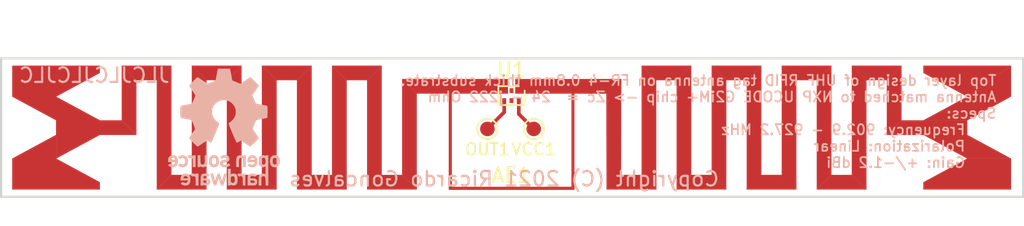
<source format=kicad_pcb>
(kicad_pcb (version 20171130) (host pcbnew "(5.1.9)-1")

  (general
    (thickness 0.8)
    (drawings 7)
    (tracks 4)
    (zones 0)
    (modules 5)
    (nets 7)
  )

  (page A4)
  (title_block
    (title "UHF RFID tag - FCC band")
    (date 2021-03-08)
    (rev 1.0)
    (company "Ricardo Goncalves")
  )

  (layers
    (0 F.Cu signal)
    (31 B.Cu signal)
    (32 B.Adhes user)
    (33 F.Adhes user)
    (34 B.Paste user)
    (35 F.Paste user)
    (36 B.SilkS user)
    (37 F.SilkS user)
    (38 B.Mask user)
    (39 F.Mask user)
    (40 Dwgs.User user)
    (41 Cmts.User user)
    (42 Eco1.User user)
    (43 Eco2.User user)
    (44 Edge.Cuts user)
    (45 Margin user)
    (46 B.CrtYd user)
    (47 F.CrtYd user)
    (48 B.Fab user)
    (49 F.Fab user)
  )

  (setup
    (last_trace_width 0.25)
    (trace_clearance 0.2)
    (zone_clearance 0.508)
    (zone_45_only no)
    (trace_min 0.2)
    (via_size 0.8)
    (via_drill 0.4)
    (via_min_size 0.4)
    (via_min_drill 0.3)
    (uvia_size 0.3)
    (uvia_drill 0.1)
    (uvias_allowed no)
    (uvia_min_size 0.2)
    (uvia_min_drill 0.1)
    (edge_width 0.05)
    (segment_width 0.2)
    (pcb_text_width 0.3)
    (pcb_text_size 1.5 1.5)
    (mod_edge_width 0.12)
    (mod_text_size 1 1)
    (mod_text_width 0.15)
    (pad_size 1.524 1.524)
    (pad_drill 0.762)
    (pad_to_mask_clearance 0)
    (aux_axis_origin 0 0)
    (visible_elements 7FFFFFFF)
    (pcbplotparams
      (layerselection 0x010f0_7fffffff)
      (usegerberextensions false)
      (usegerberattributes true)
      (usegerberadvancedattributes true)
      (creategerberjobfile false)
      (excludeedgelayer true)
      (linewidth 0.100000)
      (plotframeref false)
      (viasonmask false)
      (mode 1)
      (useauxorigin false)
      (hpglpennumber 1)
      (hpglpenspeed 20)
      (hpglpendiameter 15.000000)
      (psnegative false)
      (psa4output false)
      (plotreference true)
      (plotvalue false)
      (plotinvisibletext false)
      (padsonsilk false)
      (subtractmaskfromsilk false)
      (outputformat 1)
      (mirror false)
      (drillshape 0)
      (scaleselection 1)
      (outputdirectory "gerbers/"))
  )

  (net 0 "")
  (net 1 "Net-(AE1-Pad1)")
  (net 2 "Net-(AE1-Pad2)")
  (net 3 "Net-(U1-Pad5)")
  (net 4 "Net-(U1-Pad2)")
  (net 5 "Net-(OUT1-Pad1)")
  (net 6 "Net-(U1-Pad6)")

  (net_class Default "This is the default net class."
    (clearance 0.2)
    (trace_width 0.25)
    (via_dia 0.8)
    (via_drill 0.4)
    (uvia_dia 0.3)
    (uvia_drill 0.1)
    (add_net "Net-(AE1-Pad1)")
    (add_net "Net-(AE1-Pad2)")
    (add_net "Net-(OUT1-Pad1)")
    (add_net "Net-(U1-Pad2)")
    (add_net "Net-(U1-Pad5)")
    (add_net "Net-(U1-Pad6)")
  )

  (module Symbol:OSHW-Logo_7.5x8mm_SilkScreen (layer B.Cu) (tedit 0) (tstamp 60444040)
    (at 128.27 72.136 180)
    (descr "Open Source Hardware Logo")
    (tags "Logo OSHW")
    (attr virtual)
    (fp_text reference REF** (at 0 0) (layer B.SilkS) hide
      (effects (font (size 1 1) (thickness 0.15)) (justify mirror))
    )
    (fp_text value OSHW-Logo_7.5x8mm_SilkScreen (at 0.75 0) (layer B.Fab) hide
      (effects (font (size 1 1) (thickness 0.15)) (justify mirror))
    )
    (fp_poly (pts (xy 0.500964 3.601424) (xy 0.576513 3.200678) (xy 1.134041 2.970846) (xy 1.468465 3.198252)
      (xy 1.562122 3.261569) (xy 1.646782 3.318104) (xy 1.718495 3.365273) (xy 1.773311 3.400498)
      (xy 1.80728 3.421195) (xy 1.81653 3.425658) (xy 1.833195 3.41418) (xy 1.868806 3.382449)
      (xy 1.919371 3.334517) (xy 1.9809 3.274438) (xy 2.049399 3.206267) (xy 2.120879 3.134055)
      (xy 2.191347 3.061858) (xy 2.256811 2.993727) (xy 2.31328 2.933717) (xy 2.356763 2.885881)
      (xy 2.383268 2.854273) (xy 2.389605 2.843695) (xy 2.380486 2.824194) (xy 2.35492 2.781469)
      (xy 2.315597 2.719702) (xy 2.265203 2.643069) (xy 2.206427 2.555752) (xy 2.172368 2.505948)
      (xy 2.110289 2.415007) (xy 2.055126 2.332941) (xy 2.009554 2.263837) (xy 1.97625 2.211778)
      (xy 1.95789 2.18085) (xy 1.955131 2.17435) (xy 1.961385 2.155879) (xy 1.978434 2.112828)
      (xy 2.003703 2.051251) (xy 2.034622 1.977201) (xy 2.068618 1.89673) (xy 2.103118 1.815893)
      (xy 2.135551 1.740742) (xy 2.163343 1.677329) (xy 2.183923 1.631707) (xy 2.194719 1.609931)
      (xy 2.195356 1.609074) (xy 2.212307 1.604916) (xy 2.257451 1.595639) (xy 2.32611 1.582156)
      (xy 2.413602 1.565379) (xy 2.51525 1.546219) (xy 2.574556 1.53517) (xy 2.683172 1.51449)
      (xy 2.781277 1.494811) (xy 2.863909 1.477211) (xy 2.926104 1.462767) (xy 2.962899 1.452554)
      (xy 2.970296 1.449314) (xy 2.97754 1.427383) (xy 2.983385 1.377853) (xy 2.987835 1.306515)
      (xy 2.990893 1.219161) (xy 2.992565 1.121583) (xy 2.992853 1.019574) (xy 2.991761 0.918925)
      (xy 2.989294 0.825428) (xy 2.985456 0.744875) (xy 2.98025 0.683058) (xy 2.973681 0.64577)
      (xy 2.969741 0.638007) (xy 2.946188 0.628702) (xy 2.896282 0.6154) (xy 2.826623 0.599663)
      (xy 2.743813 0.583054) (xy 2.714905 0.577681) (xy 2.575531 0.552152) (xy 2.465436 0.531592)
      (xy 2.380982 0.515185) (xy 2.31853 0.502113) (xy 2.274444 0.491559) (xy 2.245085 0.482706)
      (xy 2.226815 0.474737) (xy 2.215998 0.466835) (xy 2.214485 0.465273) (xy 2.199377 0.440114)
      (xy 2.176329 0.39115) (xy 2.147644 0.324379) (xy 2.115622 0.245795) (xy 2.082565 0.161393)
      (xy 2.050773 0.07717) (xy 2.022549 -0.000879) (xy 2.000193 -0.066759) (xy 1.986007 -0.114473)
      (xy 1.982293 -0.138027) (xy 1.982602 -0.138852) (xy 1.995189 -0.158104) (xy 2.023744 -0.200463)
      (xy 2.065267 -0.261521) (xy 2.116756 -0.336868) (xy 2.175211 -0.422096) (xy 2.191858 -0.446315)
      (xy 2.251215 -0.534123) (xy 2.303447 -0.614238) (xy 2.345708 -0.682062) (xy 2.375153 -0.732993)
      (xy 2.388937 -0.762431) (xy 2.389605 -0.766048) (xy 2.378024 -0.785057) (xy 2.346024 -0.822714)
      (xy 2.297718 -0.874973) (xy 2.23722 -0.937786) (xy 2.168644 -1.007106) (xy 2.096104 -1.078885)
      (xy 2.023712 -1.149077) (xy 1.955584 -1.213635) (xy 1.895832 -1.26851) (xy 1.848571 -1.309656)
      (xy 1.817913 -1.333026) (xy 1.809432 -1.336842) (xy 1.789691 -1.327855) (xy 1.749274 -1.303616)
      (xy 1.694763 -1.268209) (xy 1.652823 -1.239711) (xy 1.576829 -1.187418) (xy 1.486834 -1.125845)
      (xy 1.396564 -1.06437) (xy 1.348032 -1.031469) (xy 1.183762 -0.920359) (xy 1.045869 -0.994916)
      (xy 0.983049 -1.027578) (xy 0.929629 -1.052966) (xy 0.893484 -1.067446) (xy 0.884284 -1.06946)
      (xy 0.873221 -1.054584) (xy 0.851394 -1.012547) (xy 0.820434 -0.947227) (xy 0.78197 -0.8625)
      (xy 0.737632 -0.762245) (xy 0.689047 -0.650339) (xy 0.637846 -0.530659) (xy 0.585659 -0.407084)
      (xy 0.534113 -0.283491) (xy 0.48484 -0.163757) (xy 0.439467 -0.051759) (xy 0.399625 0.048623)
      (xy 0.366942 0.133514) (xy 0.343049 0.199035) (xy 0.329574 0.24131) (xy 0.327406 0.255828)
      (xy 0.344583 0.274347) (xy 0.38219 0.30441) (xy 0.432366 0.339768) (xy 0.436578 0.342566)
      (xy 0.566264 0.446375) (xy 0.670834 0.567485) (xy 0.749381 0.702024) (xy 0.800999 0.846118)
      (xy 0.824782 0.995895) (xy 0.819823 1.147483) (xy 0.785217 1.297008) (xy 0.720057 1.4406)
      (xy 0.700886 1.472016) (xy 0.601174 1.598875) (xy 0.483377 1.700745) (xy 0.351571 1.777096)
      (xy 0.209833 1.827398) (xy 0.062242 1.851121) (xy -0.087127 1.847735) (xy -0.234197 1.816712)
      (xy -0.374889 1.75752) (xy -0.505127 1.669631) (xy -0.545414 1.633958) (xy -0.647945 1.522294)
      (xy -0.722659 1.404743) (xy -0.77391 1.27298) (xy -0.802454 1.142493) (xy -0.8095 0.995784)
      (xy -0.786004 0.848347) (xy -0.734351 0.705166) (xy -0.656929 0.571223) (xy -0.556125 0.451502)
      (xy -0.434324 0.350986) (xy -0.418316 0.340391) (xy -0.367602 0.305694) (xy -0.32905 0.27563)
      (xy -0.310619 0.256435) (xy -0.310351 0.255828) (xy -0.314308 0.235064) (xy -0.329993 0.187938)
      (xy -0.355778 0.118327) (xy -0.390031 0.030107) (xy -0.431123 -0.072844) (xy -0.477424 -0.18665)
      (xy -0.527304 -0.307435) (xy -0.579133 -0.431321) (xy -0.631281 -0.554432) (xy -0.682118 -0.672891)
      (xy -0.730013 -0.782823) (xy -0.773338 -0.880349) (xy -0.810462 -0.961593) (xy -0.839756 -1.022679)
      (xy -0.859588 -1.05973) (xy -0.867574 -1.06946) (xy -0.891979 -1.061883) (xy -0.937642 -1.04156)
      (xy -0.99669 -1.012125) (xy -1.02916 -0.994916) (xy -1.167053 -0.920359) (xy -1.331323 -1.031469)
      (xy -1.415179 -1.08839) (xy -1.506987 -1.15103) (xy -1.59302 -1.210011) (xy -1.636113 -1.239711)
      (xy -1.696723 -1.28041) (xy -1.748045 -1.312663) (xy -1.783385 -1.332384) (xy -1.794863 -1.336554)
      (xy -1.81157 -1.325307) (xy -1.848546 -1.293911) (xy -1.902205 -1.245624) (xy -1.968962 -1.183708)
      (xy -2.045234 -1.111421) (xy -2.093473 -1.065008) (xy -2.177867 -0.982087) (xy -2.250803 -0.90792)
      (xy -2.309331 -0.84568) (xy -2.350503 -0.798541) (xy -2.371372 -0.769673) (xy -2.373374 -0.763815)
      (xy -2.364083 -0.741532) (xy -2.338409 -0.696477) (xy -2.2992 -0.633211) (xy -2.249303 -0.556295)
      (xy -2.191567 -0.470292) (xy -2.175149 -0.446315) (xy -2.115323 -0.35917) (xy -2.06165 -0.28071)
      (xy -2.01713 -0.215345) (xy -1.984765 -0.167484) (xy -1.967555 -0.141535) (xy -1.965893 -0.138852)
      (xy -1.968379 -0.118172) (xy -1.981577 -0.072704) (xy -2.003186 -0.008444) (xy -2.030904 0.068613)
      (xy -2.06243 0.152471) (xy -2.095463 0.237134) (xy -2.127701 0.316608) (xy -2.156843 0.384896)
      (xy -2.180588 0.436003) (xy -2.196635 0.463933) (xy -2.197775 0.465273) (xy -2.207588 0.473255)
      (xy -2.224161 0.481149) (xy -2.251132 0.489771) (xy -2.292139 0.499938) (xy -2.35082 0.512469)
      (xy -2.430813 0.528179) (xy -2.535755 0.547887) (xy -2.669285 0.572408) (xy -2.698196 0.577681)
      (xy -2.783882 0.594236) (xy -2.858582 0.610431) (xy -2.915694 0.624704) (xy -2.948617 0.635492)
      (xy -2.953031 0.638007) (xy -2.960306 0.660304) (xy -2.966219 0.710131) (xy -2.970766 0.781696)
      (xy -2.973945 0.869207) (xy -2.975749 0.966872) (xy -2.976177 1.068899) (xy -2.975223 1.169497)
      (xy -2.972884 1.262873) (xy -2.969156 1.343235) (xy -2.964034 1.404791) (xy -2.957516 1.44175)
      (xy -2.953586 1.449314) (xy -2.931708 1.456944) (xy -2.881891 1.469358) (xy -2.809097 1.485478)
      (xy -2.718289 1.504227) (xy -2.614431 1.524529) (xy -2.557846 1.53517) (xy -2.450486 1.55524)
      (xy -2.354746 1.57342) (xy -2.275306 1.588801) (xy -2.216846 1.600469) (xy -2.184045 1.607512)
      (xy -2.178646 1.609074) (xy -2.169522 1.626678) (xy -2.150235 1.669082) (xy -2.123355 1.730228)
      (xy -2.091454 1.804057) (xy -2.057102 1.884511) (xy -2.022871 1.965532) (xy -1.991331 2.041063)
      (xy -1.965054 2.105045) (xy -1.946611 2.15142) (xy -1.938571 2.174131) (xy -1.938422 2.175124)
      (xy -1.947535 2.193039) (xy -1.973086 2.234267) (xy -2.012388 2.294709) (xy -2.062757 2.370269)
      (xy -2.121506 2.456848) (xy -2.155658 2.506579) (xy -2.21789 2.597764) (xy -2.273164 2.680551)
      (xy -2.318782 2.750751) (xy -2.352048 2.804176) (xy -2.370264 2.836639) (xy -2.372895 2.843917)
      (xy -2.361586 2.860855) (xy -2.330319 2.897022) (xy -2.28309 2.948365) (xy -2.223892 3.010833)
      (xy -2.156719 3.080374) (xy -2.085566 3.152935) (xy -2.014426 3.224465) (xy -1.947293 3.290913)
      (xy -1.888161 3.348226) (xy -1.841025 3.392353) (xy -1.809877 3.419241) (xy -1.799457 3.425658)
      (xy -1.782491 3.416635) (xy -1.741911 3.391285) (xy -1.681663 3.35219) (xy -1.605693 3.301929)
      (xy -1.517946 3.243083) (xy -1.451756 3.198252) (xy -1.117332 2.970846) (xy -0.838567 3.085762)
      (xy -0.559803 3.200678) (xy -0.484254 3.601424) (xy -0.408706 4.002171) (xy 0.425415 4.002171)
      (xy 0.500964 3.601424)) (layer B.SilkS) (width 0.01))
    (fp_poly (pts (xy 2.391388 -1.937645) (xy 2.448865 -1.955206) (xy 2.485872 -1.977395) (xy 2.497927 -1.994942)
      (xy 2.494609 -2.015742) (xy 2.473079 -2.048419) (xy 2.454874 -2.071562) (xy 2.417344 -2.113402)
      (xy 2.389148 -2.131005) (xy 2.365111 -2.129856) (xy 2.293808 -2.11171) (xy 2.241442 -2.112534)
      (xy 2.198918 -2.133098) (xy 2.184642 -2.145134) (xy 2.138947 -2.187483) (xy 2.138947 -2.740526)
      (xy 1.955131 -2.740526) (xy 1.955131 -1.938421) (xy 2.047039 -1.938421) (xy 2.102219 -1.940603)
      (xy 2.130688 -1.948351) (xy 2.138943 -1.963468) (xy 2.138947 -1.963916) (xy 2.142845 -1.979749)
      (xy 2.160474 -1.977684) (xy 2.184901 -1.966261) (xy 2.23535 -1.945005) (xy 2.276316 -1.932216)
      (xy 2.329028 -1.928938) (xy 2.391388 -1.937645)) (layer B.SilkS) (width 0.01))
    (fp_poly (pts (xy -1.002043 -1.952226) (xy -0.960454 -1.97209) (xy -0.920175 -2.000784) (xy -0.88949 -2.033809)
      (xy -0.867139 -2.075931) (xy -0.851864 -2.131915) (xy -0.842408 -2.206528) (xy -0.837513 -2.304535)
      (xy -0.835919 -2.430702) (xy -0.835894 -2.443914) (xy -0.835527 -2.740526) (xy -1.019343 -2.740526)
      (xy -1.019343 -2.467081) (xy -1.019473 -2.365777) (xy -1.020379 -2.292353) (xy -1.022827 -2.241271)
      (xy -1.027586 -2.20699) (xy -1.035426 -2.183971) (xy -1.047115 -2.166673) (xy -1.063398 -2.149581)
      (xy -1.120366 -2.112857) (xy -1.182555 -2.106042) (xy -1.241801 -2.129261) (xy -1.262405 -2.146543)
      (xy -1.27753 -2.162791) (xy -1.28839 -2.180191) (xy -1.29569 -2.204212) (xy -1.300137 -2.240322)
      (xy -1.302436 -2.293988) (xy -1.303296 -2.37068) (xy -1.303422 -2.464043) (xy -1.303422 -2.740526)
      (xy -1.487237 -2.740526) (xy -1.487237 -1.938421) (xy -1.395329 -1.938421) (xy -1.340149 -1.940603)
      (xy -1.31168 -1.948351) (xy -1.303425 -1.963468) (xy -1.303422 -1.963916) (xy -1.299592 -1.97872)
      (xy -1.282699 -1.97704) (xy -1.249112 -1.960773) (xy -1.172937 -1.93684) (xy -1.0858 -1.934178)
      (xy -1.002043 -1.952226)) (layer B.SilkS) (width 0.01))
    (fp_poly (pts (xy 3.558784 -1.935554) (xy 3.601574 -1.945949) (xy 3.683609 -1.984013) (xy 3.753757 -2.042149)
      (xy 3.802305 -2.111852) (xy 3.808975 -2.127502) (xy 3.818124 -2.168496) (xy 3.824529 -2.229138)
      (xy 3.82671 -2.29043) (xy 3.82671 -2.406316) (xy 3.584407 -2.406316) (xy 3.484471 -2.406693)
      (xy 3.414069 -2.408987) (xy 3.369313 -2.414938) (xy 3.346315 -2.426285) (xy 3.341189 -2.444771)
      (xy 3.350048 -2.472136) (xy 3.365917 -2.504155) (xy 3.410184 -2.557592) (xy 3.471699 -2.584215)
      (xy 3.546885 -2.583347) (xy 3.632053 -2.554371) (xy 3.705659 -2.518611) (xy 3.766734 -2.566904)
      (xy 3.82781 -2.615197) (xy 3.770351 -2.668285) (xy 3.693641 -2.718445) (xy 3.599302 -2.748688)
      (xy 3.497827 -2.757151) (xy 3.399711 -2.741974) (xy 3.383881 -2.736824) (xy 3.297647 -2.691791)
      (xy 3.233501 -2.624652) (xy 3.190091 -2.533405) (xy 3.166064 -2.416044) (xy 3.165784 -2.413529)
      (xy 3.163633 -2.285627) (xy 3.172329 -2.239997) (xy 3.342105 -2.239997) (xy 3.357697 -2.247013)
      (xy 3.400029 -2.252388) (xy 3.462434 -2.255457) (xy 3.501981 -2.255921) (xy 3.575728 -2.25563)
      (xy 3.62184 -2.253783) (xy 3.6461 -2.248912) (xy 3.654294 -2.239555) (xy 3.652206 -2.224245)
      (xy 3.650455 -2.218322) (xy 3.62056 -2.162668) (xy 3.573542 -2.117815) (xy 3.532049 -2.098105)
      (xy 3.476926 -2.099295) (xy 3.421068 -2.123875) (xy 3.374212 -2.16457) (xy 3.346094 -2.214108)
      (xy 3.342105 -2.239997) (xy 3.172329 -2.239997) (xy 3.185074 -2.173133) (xy 3.227611 -2.078727)
      (xy 3.288747 -2.005088) (xy 3.365985 -1.954893) (xy 3.45683 -1.930822) (xy 3.558784 -1.935554)) (layer B.SilkS) (width 0.01))
    (fp_poly (pts (xy 2.946576 -1.945419) (xy 3.043395 -1.986549) (xy 3.07389 -2.006571) (xy 3.112865 -2.03734)
      (xy 3.137331 -2.061533) (xy 3.141578 -2.069413) (xy 3.129584 -2.086899) (xy 3.098887 -2.11657)
      (xy 3.074312 -2.137279) (xy 3.007046 -2.191336) (xy 2.95393 -2.146642) (xy 2.912884 -2.117789)
      (xy 2.872863 -2.107829) (xy 2.827059 -2.110261) (xy 2.754324 -2.128345) (xy 2.704256 -2.165881)
      (xy 2.673829 -2.226562) (xy 2.660017 -2.314081) (xy 2.660013 -2.314136) (xy 2.661208 -2.411958)
      (xy 2.679772 -2.48373) (xy 2.716804 -2.532595) (xy 2.74205 -2.549143) (xy 2.809097 -2.569749)
      (xy 2.880709 -2.569762) (xy 2.943015 -2.549768) (xy 2.957763 -2.54) (xy 2.99475 -2.515047)
      (xy 3.023668 -2.510958) (xy 3.054856 -2.52953) (xy 3.089336 -2.562887) (xy 3.143912 -2.619196)
      (xy 3.083318 -2.669142) (xy 2.989698 -2.725513) (xy 2.884125 -2.753293) (xy 2.773798 -2.751282)
      (xy 2.701343 -2.732862) (xy 2.616656 -2.68731) (xy 2.548927 -2.61565) (xy 2.518157 -2.565066)
      (xy 2.493236 -2.492488) (xy 2.480766 -2.400569) (xy 2.48067 -2.300948) (xy 2.49287 -2.205267)
      (xy 2.51729 -2.125169) (xy 2.521136 -2.116956) (xy 2.578093 -2.036413) (xy 2.655209 -1.977771)
      (xy 2.74639 -1.942247) (xy 2.845543 -1.931057) (xy 2.946576 -1.945419)) (layer B.SilkS) (width 0.01))
    (fp_poly (pts (xy 1.320131 -2.198533) (xy 1.32171 -2.321089) (xy 1.327481 -2.414179) (xy 1.338991 -2.481651)
      (xy 1.35779 -2.527355) (xy 1.385426 -2.555139) (xy 1.423448 -2.568854) (xy 1.470526 -2.572358)
      (xy 1.519832 -2.568432) (xy 1.557283 -2.554089) (xy 1.584428 -2.525478) (xy 1.602815 -2.478751)
      (xy 1.613993 -2.410058) (xy 1.619511 -2.31555) (xy 1.620921 -2.198533) (xy 1.620921 -1.938421)
      (xy 1.804736 -1.938421) (xy 1.804736 -2.740526) (xy 1.712828 -2.740526) (xy 1.657422 -2.738281)
      (xy 1.628891 -2.730396) (xy 1.620921 -2.715428) (xy 1.61612 -2.702097) (xy 1.597014 -2.704917)
      (xy 1.558504 -2.723783) (xy 1.470239 -2.752887) (xy 1.376623 -2.750825) (xy 1.286921 -2.719221)
      (xy 1.244204 -2.694257) (xy 1.211621 -2.667226) (xy 1.187817 -2.633405) (xy 1.171439 -2.588068)
      (xy 1.161131 -2.526489) (xy 1.155541 -2.443943) (xy 1.153312 -2.335705) (xy 1.153026 -2.252004)
      (xy 1.153026 -1.938421) (xy 1.320131 -1.938421) (xy 1.320131 -2.198533)) (layer B.SilkS) (width 0.01))
    (fp_poly (pts (xy 0.811669 -1.94831) (xy 0.896192 -1.99434) (xy 0.962321 -2.067006) (xy 0.993478 -2.126106)
      (xy 1.006855 -2.178305) (xy 1.015522 -2.252719) (xy 1.019237 -2.338442) (xy 1.017754 -2.424569)
      (xy 1.010831 -2.500193) (xy 1.002745 -2.540584) (xy 0.975465 -2.59584) (xy 0.92822 -2.65453)
      (xy 0.871282 -2.705852) (xy 0.814924 -2.739005) (xy 0.81355 -2.739531) (xy 0.743616 -2.754018)
      (xy 0.660737 -2.754377) (xy 0.581977 -2.741188) (xy 0.551566 -2.730617) (xy 0.473239 -2.686201)
      (xy 0.417143 -2.628007) (xy 0.380286 -2.550965) (xy 0.35968 -2.450001) (xy 0.355018 -2.397116)
      (xy 0.355613 -2.330663) (xy 0.534736 -2.330663) (xy 0.54077 -2.42763) (xy 0.558138 -2.501523)
      (xy 0.58574 -2.548736) (xy 0.605404 -2.562237) (xy 0.655787 -2.571651) (xy 0.715673 -2.568864)
      (xy 0.767449 -2.555316) (xy 0.781027 -2.547862) (xy 0.816849 -2.504451) (xy 0.840493 -2.438014)
      (xy 0.850558 -2.357161) (xy 0.845642 -2.270502) (xy 0.834655 -2.218349) (xy 0.803109 -2.157951)
      (xy 0.753311 -2.120197) (xy 0.693337 -2.107143) (xy 0.631264 -2.120849) (xy 0.583582 -2.154372)
      (xy 0.558525 -2.182031) (xy 0.5439 -2.209294) (xy 0.536929 -2.24619) (xy 0.534833 -2.30275)
      (xy 0.534736 -2.330663) (xy 0.355613 -2.330663) (xy 0.356282 -2.255994) (xy 0.379265 -2.140271)
      (xy 0.423972 -2.049941) (xy 0.490405 -1.985) (xy 0.578565 -1.945445) (xy 0.597495 -1.940858)
      (xy 0.711266 -1.93009) (xy 0.811669 -1.94831)) (layer B.SilkS) (width 0.01))
    (fp_poly (pts (xy 0.018628 -1.935547) (xy 0.081908 -1.947548) (xy 0.147557 -1.972648) (xy 0.154572 -1.975848)
      (xy 0.204356 -2.002026) (xy 0.238834 -2.026353) (xy 0.249978 -2.041937) (xy 0.239366 -2.067353)
      (xy 0.213588 -2.104853) (xy 0.202146 -2.118852) (xy 0.154992 -2.173954) (xy 0.094201 -2.138086)
      (xy 0.036347 -2.114192) (xy -0.0305 -2.10142) (xy -0.094606 -2.100613) (xy -0.144236 -2.112615)
      (xy -0.156146 -2.120105) (xy -0.178828 -2.15445) (xy -0.181584 -2.194013) (xy -0.164612 -2.22492)
      (xy -0.154573 -2.230913) (xy -0.12449 -2.238357) (xy -0.071611 -2.247106) (xy -0.006425 -2.255467)
      (xy 0.0056 -2.256778) (xy 0.110297 -2.274888) (xy 0.186232 -2.305651) (xy 0.236592 -2.351907)
      (xy 0.264564 -2.416497) (xy 0.273278 -2.495387) (xy 0.26124 -2.585065) (xy 0.222151 -2.655486)
      (xy 0.155855 -2.706777) (xy 0.062194 -2.739067) (xy -0.041777 -2.751807) (xy -0.126562 -2.751654)
      (xy -0.195335 -2.740083) (xy -0.242303 -2.724109) (xy -0.30165 -2.696275) (xy -0.356494 -2.663973)
      (xy -0.375987 -2.649755) (xy -0.426119 -2.608835) (xy -0.305197 -2.486477) (xy -0.236457 -2.531967)
      (xy -0.167512 -2.566133) (xy -0.093889 -2.584004) (xy -0.023117 -2.585889) (xy 0.037274 -2.572101)
      (xy 0.079757 -2.542949) (xy 0.093474 -2.518352) (xy 0.091417 -2.478904) (xy 0.05733 -2.448737)
      (xy -0.008692 -2.427906) (xy -0.081026 -2.418279) (xy -0.192348 -2.39991) (xy -0.275048 -2.365254)
      (xy -0.330235 -2.313297) (xy -0.359012 -2.243023) (xy -0.362999 -2.159707) (xy -0.343307 -2.072681)
      (xy -0.298411 -2.006902) (xy -0.227909 -1.962068) (xy -0.131399 -1.937879) (xy -0.0599 -1.933137)
      (xy 0.018628 -1.935547)) (layer B.SilkS) (width 0.01))
    (fp_poly (pts (xy -1.802982 -1.957027) (xy -1.78633 -1.964866) (xy -1.728695 -2.007086) (xy -1.674195 -2.0687)
      (xy -1.633501 -2.136543) (xy -1.621926 -2.167734) (xy -1.611366 -2.223449) (xy -1.605069 -2.290781)
      (xy -1.604304 -2.318585) (xy -1.604211 -2.406316) (xy -2.10915 -2.406316) (xy -2.098387 -2.45227)
      (xy -2.071967 -2.50662) (xy -2.025778 -2.553591) (xy -1.970828 -2.583848) (xy -1.935811 -2.590131)
      (xy -1.888323 -2.582506) (xy -1.831665 -2.563383) (xy -1.812418 -2.554584) (xy -1.741241 -2.519036)
      (xy -1.680498 -2.565367) (xy -1.645448 -2.596703) (xy -1.626798 -2.622567) (xy -1.625853 -2.630158)
      (xy -1.642515 -2.648556) (xy -1.67903 -2.676515) (xy -1.712172 -2.698327) (xy -1.801607 -2.737537)
      (xy -1.901871 -2.755285) (xy -2.001246 -2.75067) (xy -2.080461 -2.726551) (xy -2.16212 -2.674884)
      (xy -2.220151 -2.606856) (xy -2.256454 -2.518843) (xy -2.272928 -2.407216) (xy -2.274389 -2.356138)
      (xy -2.268543 -2.239091) (xy -2.267825 -2.235686) (xy -2.100511 -2.235686) (xy -2.095903 -2.246662)
      (xy -2.076964 -2.252715) (xy -2.037902 -2.25531) (xy -1.972923 -2.25591) (xy -1.947903 -2.255921)
      (xy -1.871779 -2.255014) (xy -1.823504 -2.25172) (xy -1.79754 -2.245181) (xy -1.788352 -2.234537)
      (xy -1.788027 -2.231119) (xy -1.798513 -2.203956) (xy -1.824758 -2.165903) (xy -1.836041 -2.152579)
      (xy -1.877928 -2.114896) (xy -1.921591 -2.10008) (xy -1.945115 -2.098842) (xy -2.008757 -2.114329)
      (xy -2.062127 -2.15593) (xy -2.095981 -2.216353) (xy -2.096581 -2.218322) (xy -2.100511 -2.235686)
      (xy -2.267825 -2.235686) (xy -2.249101 -2.146928) (xy -2.214078 -2.07319) (xy -2.171244 -2.020848)
      (xy -2.092052 -1.964092) (xy -1.99896 -1.933762) (xy -1.899945 -1.931021) (xy -1.802982 -1.957027)) (layer B.SilkS) (width 0.01))
    (fp_poly (pts (xy -3.373216 -1.947104) (xy -3.285795 -1.985754) (xy -3.21943 -2.05029) (xy -3.174024 -2.140812)
      (xy -3.149482 -2.257418) (xy -3.147723 -2.275624) (xy -3.146344 -2.403984) (xy -3.164216 -2.516496)
      (xy -3.20025 -2.607688) (xy -3.219545 -2.637022) (xy -3.286755 -2.699106) (xy -3.37235 -2.739316)
      (xy -3.46811 -2.756003) (xy -3.565813 -2.747517) (xy -3.640083 -2.72138) (xy -3.703953 -2.677335)
      (xy -3.756154 -2.619587) (xy -3.757057 -2.618236) (xy -3.778256 -2.582593) (xy -3.792033 -2.546752)
      (xy -3.800376 -2.501519) (xy -3.805273 -2.437701) (xy -3.807431 -2.385368) (xy -3.808329 -2.33791)
      (xy -3.641257 -2.33791) (xy -3.639624 -2.385154) (xy -3.633696 -2.448046) (xy -3.623239 -2.488407)
      (xy -3.604381 -2.517122) (xy -3.586719 -2.533896) (xy -3.524106 -2.569016) (xy -3.458592 -2.57371)
      (xy -3.397579 -2.54844) (xy -3.367072 -2.520124) (xy -3.345089 -2.491589) (xy -3.332231 -2.464284)
      (xy -3.326588 -2.42875) (xy -3.326249 -2.375524) (xy -3.327988 -2.326506) (xy -3.331729 -2.256482)
      (xy -3.337659 -2.211064) (xy -3.348347 -2.18144) (xy -3.366361 -2.158797) (xy -3.380637 -2.145855)
      (xy -3.440349 -2.11186) (xy -3.504766 -2.110165) (xy -3.558781 -2.130301) (xy -3.60486 -2.172352)
      (xy -3.632311 -2.241428) (xy -3.641257 -2.33791) (xy -3.808329 -2.33791) (xy -3.809401 -2.281299)
      (xy -3.806036 -2.203468) (xy -3.795955 -2.14493) (xy -3.777774 -2.098737) (xy -3.75011 -2.057942)
      (xy -3.739854 -2.045828) (xy -3.675722 -1.985474) (xy -3.606934 -1.95022) (xy -3.522811 -1.93545)
      (xy -3.481791 -1.934243) (xy -3.373216 -1.947104)) (layer B.SilkS) (width 0.01))
    (fp_poly (pts (xy 2.701193 -3.196078) (xy 2.781068 -3.216845) (xy 2.847962 -3.259705) (xy 2.880351 -3.291723)
      (xy 2.933445 -3.367413) (xy 2.963873 -3.455216) (xy 2.974327 -3.56315) (xy 2.97438 -3.571875)
      (xy 2.974473 -3.659605) (xy 2.469534 -3.659605) (xy 2.480298 -3.705559) (xy 2.499732 -3.747178)
      (xy 2.533745 -3.790544) (xy 2.54086 -3.797467) (xy 2.602003 -3.834935) (xy 2.671729 -3.841289)
      (xy 2.751987 -3.816638) (xy 2.765592 -3.81) (xy 2.807319 -3.789819) (xy 2.835268 -3.778321)
      (xy 2.840145 -3.777258) (xy 2.857168 -3.787583) (xy 2.889633 -3.812845) (xy 2.906114 -3.82665)
      (xy 2.940264 -3.858361) (xy 2.951478 -3.879299) (xy 2.943695 -3.89856) (xy 2.939535 -3.903827)
      (xy 2.911357 -3.926878) (xy 2.864862 -3.954892) (xy 2.832434 -3.971246) (xy 2.740385 -4.000059)
      (xy 2.638476 -4.009395) (xy 2.541963 -3.998332) (xy 2.514934 -3.990412) (xy 2.431276 -3.945581)
      (xy 2.369266 -3.876598) (xy 2.328545 -3.782794) (xy 2.308755 -3.663498) (xy 2.306582 -3.601118)
      (xy 2.312926 -3.510298) (xy 2.473157 -3.510298) (xy 2.488655 -3.517012) (xy 2.530312 -3.52228)
      (xy 2.590876 -3.525389) (xy 2.631907 -3.525921) (xy 2.705711 -3.525408) (xy 2.752293 -3.523006)
      (xy 2.777848 -3.517422) (xy 2.788569 -3.507361) (xy 2.790657 -3.492763) (xy 2.776331 -3.447796)
      (xy 2.740262 -3.403353) (xy 2.692815 -3.369242) (xy 2.645349 -3.355288) (xy 2.580879 -3.367666)
      (xy 2.52507 -3.403452) (xy 2.486374 -3.455033) (xy 2.473157 -3.510298) (xy 2.312926 -3.510298)
      (xy 2.315821 -3.468866) (xy 2.344336 -3.363498) (xy 2.392729 -3.284178) (xy 2.461604 -3.230071)
      (xy 2.551565 -3.200343) (xy 2.6003 -3.194618) (xy 2.701193 -3.196078)) (layer B.SilkS) (width 0.01))
    (fp_poly (pts (xy 2.173167 -3.191447) (xy 2.237408 -3.204112) (xy 2.27398 -3.222864) (xy 2.312453 -3.254017)
      (xy 2.257717 -3.323127) (xy 2.223969 -3.364979) (xy 2.201053 -3.385398) (xy 2.178279 -3.388517)
      (xy 2.144956 -3.378472) (xy 2.129314 -3.372789) (xy 2.065542 -3.364404) (xy 2.00714 -3.382378)
      (xy 1.964264 -3.422982) (xy 1.957299 -3.435929) (xy 1.949713 -3.470224) (xy 1.943859 -3.533427)
      (xy 1.940011 -3.62106) (xy 1.938443 -3.72864) (xy 1.938421 -3.743944) (xy 1.938421 -4.010526)
      (xy 1.754605 -4.010526) (xy 1.754605 -3.19171) (xy 1.846513 -3.19171) (xy 1.899507 -3.193094)
      (xy 1.927115 -3.199252) (xy 1.937324 -3.213194) (xy 1.938421 -3.226344) (xy 1.938421 -3.260978)
      (xy 1.98245 -3.226344) (xy 2.032937 -3.202716) (xy 2.10076 -3.191033) (xy 2.173167 -3.191447)) (layer B.SilkS) (width 0.01))
    (fp_poly (pts (xy 1.379992 -3.196673) (xy 1.450427 -3.21378) (xy 1.470787 -3.222844) (xy 1.510253 -3.246583)
      (xy 1.540541 -3.273321) (xy 1.562952 -3.307699) (xy 1.578786 -3.35436) (xy 1.589343 -3.417946)
      (xy 1.595924 -3.503099) (xy 1.599828 -3.614462) (xy 1.60131 -3.688849) (xy 1.606765 -4.010526)
      (xy 1.51358 -4.010526) (xy 1.457047 -4.008156) (xy 1.427922 -4.000055) (xy 1.420394 -3.986451)
      (xy 1.41642 -3.971741) (xy 1.398652 -3.974554) (xy 1.37444 -3.986348) (xy 1.313828 -4.004427)
      (xy 1.235929 -4.009299) (xy 1.153995 -4.00133) (xy 1.081281 -3.980889) (xy 1.074759 -3.978051)
      (xy 1.008302 -3.931365) (xy 0.964491 -3.866464) (xy 0.944332 -3.7906) (xy 0.945872 -3.763344)
      (xy 1.110345 -3.763344) (xy 1.124837 -3.800024) (xy 1.167805 -3.826309) (xy 1.237129 -3.840417)
      (xy 1.274177 -3.84229) (xy 1.335919 -3.837494) (xy 1.37696 -3.818858) (xy 1.386973 -3.81)
      (xy 1.4141 -3.761806) (xy 1.420394 -3.718092) (xy 1.420394 -3.659605) (xy 1.33893 -3.659605)
      (xy 1.244234 -3.664432) (xy 1.177813 -3.679613) (xy 1.135846 -3.7062) (xy 1.126449 -3.718052)
      (xy 1.110345 -3.763344) (xy 0.945872 -3.763344) (xy 0.948829 -3.711026) (xy 0.978985 -3.634995)
      (xy 1.020131 -3.583612) (xy 1.045052 -3.561397) (xy 1.069448 -3.546798) (xy 1.101191 -3.537897)
      (xy 1.148152 -3.532775) (xy 1.218204 -3.529515) (xy 1.24599 -3.528577) (xy 1.420394 -3.522879)
      (xy 1.420138 -3.470091) (xy 1.413384 -3.414603) (xy 1.388964 -3.381052) (xy 1.33963 -3.359618)
      (xy 1.338306 -3.359236) (xy 1.26836 -3.350808) (xy 1.199914 -3.361816) (xy 1.149047 -3.388585)
      (xy 1.128637 -3.401803) (xy 1.106654 -3.399974) (xy 1.072826 -3.380824) (xy 1.052961 -3.367308)
      (xy 1.014106 -3.338432) (xy 0.990038 -3.316786) (xy 0.986176 -3.310589) (xy 1.002079 -3.278519)
      (xy 1.049065 -3.240219) (xy 1.069473 -3.227297) (xy 1.128143 -3.205041) (xy 1.207212 -3.192432)
      (xy 1.295041 -3.1896) (xy 1.379992 -3.196673)) (layer B.SilkS) (width 0.01))
    (fp_poly (pts (xy 0.37413 -3.195104) (xy 0.44022 -3.200066) (xy 0.526626 -3.459079) (xy 0.613031 -3.718092)
      (xy 0.640124 -3.626184) (xy 0.656428 -3.569384) (xy 0.677875 -3.492625) (xy 0.701035 -3.408251)
      (xy 0.71328 -3.362993) (xy 0.759344 -3.19171) (xy 0.949387 -3.19171) (xy 0.892582 -3.371349)
      (xy 0.864607 -3.459704) (xy 0.830813 -3.566281) (xy 0.79552 -3.677454) (xy 0.764013 -3.776579)
      (xy 0.69225 -4.002171) (xy 0.537286 -4.012253) (xy 0.49527 -3.873528) (xy 0.469359 -3.787351)
      (xy 0.441083 -3.692347) (xy 0.416369 -3.608441) (xy 0.415394 -3.605102) (xy 0.396935 -3.548248)
      (xy 0.380649 -3.509456) (xy 0.369242 -3.494787) (xy 0.366898 -3.496483) (xy 0.358671 -3.519225)
      (xy 0.343038 -3.56794) (xy 0.321904 -3.636502) (xy 0.29717 -3.718785) (xy 0.283787 -3.764046)
      (xy 0.211311 -4.010526) (xy 0.057495 -4.010526) (xy -0.065469 -3.622006) (xy -0.100012 -3.513022)
      (xy -0.131479 -3.414048) (xy -0.158384 -3.329736) (xy -0.179241 -3.264734) (xy -0.192562 -3.223692)
      (xy -0.196612 -3.211701) (xy -0.193406 -3.199423) (xy -0.168235 -3.194046) (xy -0.115854 -3.194584)
      (xy -0.107655 -3.19499) (xy -0.010518 -3.200066) (xy 0.0531 -3.434013) (xy 0.076484 -3.519333)
      (xy 0.097381 -3.594335) (xy 0.113951 -3.652507) (xy 0.124354 -3.687337) (xy 0.126276 -3.693016)
      (xy 0.134241 -3.686486) (xy 0.150304 -3.652654) (xy 0.172621 -3.596127) (xy 0.199345 -3.52151)
      (xy 0.221937 -3.454107) (xy 0.308041 -3.190143) (xy 0.37413 -3.195104)) (layer B.SilkS) (width 0.01))
    (fp_poly (pts (xy -0.267369 -4.010526) (xy -0.359277 -4.010526) (xy -0.412623 -4.008962) (xy -0.440407 -4.002485)
      (xy -0.45041 -3.988418) (xy -0.451185 -3.978906) (xy -0.452872 -3.959832) (xy -0.46351 -3.956174)
      (xy -0.491465 -3.967932) (xy -0.513205 -3.978906) (xy -0.596668 -4.004911) (xy -0.687396 -4.006416)
      (xy -0.761158 -3.987021) (xy -0.829846 -3.940165) (xy -0.882206 -3.871004) (xy -0.910878 -3.789427)
      (xy -0.911608 -3.784866) (xy -0.915868 -3.735101) (xy -0.917986 -3.663659) (xy -0.917816 -3.609626)
      (xy -0.73528 -3.609626) (xy -0.731051 -3.681441) (xy -0.721432 -3.740634) (xy -0.70841 -3.77406)
      (xy -0.659144 -3.81974) (xy -0.60065 -3.836115) (xy -0.540329 -3.822873) (xy -0.488783 -3.783373)
      (xy -0.469262 -3.756807) (xy -0.457848 -3.725106) (xy -0.452502 -3.678832) (xy -0.451185 -3.609328)
      (xy -0.453542 -3.540499) (xy -0.459767 -3.480026) (xy -0.468592 -3.439556) (xy -0.470063 -3.435929)
      (xy -0.505653 -3.392802) (xy -0.5576 -3.369124) (xy -0.615722 -3.365301) (xy -0.66984 -3.381738)
      (xy -0.709774 -3.41884) (xy -0.713917 -3.426222) (xy -0.726884 -3.471239) (xy -0.733948 -3.535967)
      (xy -0.73528 -3.609626) (xy -0.917816 -3.609626) (xy -0.917729 -3.58223) (xy -0.916528 -3.538405)
      (xy -0.908355 -3.429988) (xy -0.89137 -3.348588) (xy -0.863113 -3.288412) (xy -0.821128 -3.243666)
      (xy -0.780368 -3.2174) (xy -0.723419 -3.198935) (xy -0.652589 -3.192602) (xy -0.580059 -3.19776)
      (xy -0.518014 -3.213769) (xy -0.485232 -3.23292) (xy -0.451185 -3.263732) (xy -0.451185 -2.87421)
      (xy -0.267369 -2.87421) (xy -0.267369 -4.010526)) (layer B.SilkS) (width 0.01))
    (fp_poly (pts (xy -1.320119 -3.193486) (xy -1.295112 -3.200982) (xy -1.28705 -3.217451) (xy -1.286711 -3.224886)
      (xy -1.285264 -3.245594) (xy -1.275302 -3.248845) (xy -1.248388 -3.234648) (xy -1.232402 -3.224948)
      (xy -1.181967 -3.204175) (xy -1.121728 -3.193904) (xy -1.058566 -3.193114) (xy -0.999363 -3.200786)
      (xy -0.950998 -3.215898) (xy -0.920354 -3.237432) (xy -0.914311 -3.264366) (xy -0.917361 -3.27166)
      (xy -0.939594 -3.301937) (xy -0.97407 -3.339175) (xy -0.980306 -3.345195) (xy -1.013167 -3.372875)
      (xy -1.04152 -3.381818) (xy -1.081173 -3.375576) (xy -1.097058 -3.371429) (xy -1.146491 -3.361467)
      (xy -1.181248 -3.365947) (xy -1.2106 -3.381746) (xy -1.237487 -3.402949) (xy -1.25729 -3.429614)
      (xy -1.271052 -3.466827) (xy -1.279816 -3.519673) (xy -1.284626 -3.593237) (xy -1.286526 -3.692605)
      (xy -1.286711 -3.752601) (xy -1.286711 -4.010526) (xy -1.453816 -4.010526) (xy -1.453816 -3.19171)
      (xy -1.370264 -3.19171) (xy -1.320119 -3.193486)) (layer B.SilkS) (width 0.01))
    (fp_poly (pts (xy -1.839543 -3.198184) (xy -1.76093 -3.21916) (xy -1.701084 -3.25718) (xy -1.658853 -3.306978)
      (xy -1.645725 -3.32823) (xy -1.636032 -3.350492) (xy -1.629256 -3.37897) (xy -1.624877 -3.418871)
      (xy -1.622376 -3.475401) (xy -1.621232 -3.553767) (xy -1.620928 -3.659176) (xy -1.620922 -3.687142)
      (xy -1.620922 -4.010526) (xy -1.701132 -4.010526) (xy -1.752294 -4.006943) (xy -1.790123 -3.997866)
      (xy -1.799601 -3.992268) (xy -1.825512 -3.982606) (xy -1.851976 -3.992268) (xy -1.895548 -4.00433)
      (xy -1.95884 -4.009185) (xy -2.02899 -4.007078) (xy -2.09314 -3.998256) (xy -2.130593 -3.986937)
      (xy -2.203067 -3.940412) (xy -2.24836 -3.875846) (xy -2.268722 -3.79) (xy -2.268912 -3.787796)
      (xy -2.267125 -3.749713) (xy -2.105527 -3.749713) (xy -2.091399 -3.79303) (xy -2.068388 -3.817408)
      (xy -2.022196 -3.835845) (xy -1.961225 -3.843205) (xy -1.899051 -3.839583) (xy -1.849249 -3.825074)
      (xy -1.835297 -3.815765) (xy -1.810915 -3.772753) (xy -1.804737 -3.723857) (xy -1.804737 -3.659605)
      (xy -1.897182 -3.659605) (xy -1.985005 -3.666366) (xy -2.051582 -3.68552) (xy -2.092998 -3.715376)
      (xy -2.105527 -3.749713) (xy -2.267125 -3.749713) (xy -2.26451 -3.694004) (xy -2.233576 -3.619847)
      (xy -2.175419 -3.563767) (xy -2.16738 -3.558665) (xy -2.132837 -3.542055) (xy -2.090082 -3.531996)
      (xy -2.030314 -3.527107) (xy -1.95931 -3.525983) (xy -1.804737 -3.525921) (xy -1.804737 -3.461125)
      (xy -1.811294 -3.41085) (xy -1.828025 -3.377169) (xy -1.829984 -3.375376) (xy -1.867217 -3.360642)
      (xy -1.92342 -3.354931) (xy -1.985533 -3.357737) (xy -2.04049 -3.368556) (xy -2.073101 -3.384782)
      (xy -2.090772 -3.39778) (xy -2.109431 -3.400262) (xy -2.135181 -3.389613) (xy -2.174127 -3.363218)
      (xy -2.23237 -3.318465) (xy -2.237716 -3.314273) (xy -2.234977 -3.29876) (xy -2.212124 -3.27296)
      (xy -2.177391 -3.244289) (xy -2.13901 -3.220166) (xy -2.126952 -3.21447) (xy -2.082966 -3.203103)
      (xy -2.018513 -3.194995) (xy -1.946503 -3.191743) (xy -1.943136 -3.191736) (xy -1.839543 -3.198184)) (layer B.SilkS) (width 0.01))
    (fp_poly (pts (xy -2.53664 -1.952468) (xy -2.501408 -1.969874) (xy -2.45796 -2.000206) (xy -2.426294 -2.033283)
      (xy -2.404606 -2.074817) (xy -2.391097 -2.130522) (xy -2.383962 -2.206111) (xy -2.3814 -2.307296)
      (xy -2.38125 -2.350797) (xy -2.381688 -2.446135) (xy -2.383504 -2.514271) (xy -2.387455 -2.561418)
      (xy -2.394298 -2.59379) (xy -2.404789 -2.6176) (xy -2.415704 -2.633843) (xy -2.485381 -2.702952)
      (xy -2.567434 -2.744521) (xy -2.65595 -2.757023) (xy -2.745019 -2.738934) (xy -2.773237 -2.726142)
      (xy -2.84079 -2.690931) (xy -2.84079 -3.2427) (xy -2.791488 -3.217205) (xy -2.726527 -3.19748)
      (xy -2.64668 -3.192427) (xy -2.566948 -3.201756) (xy -2.506735 -3.222714) (xy -2.456792 -3.262627)
      (xy -2.414119 -3.319741) (xy -2.41091 -3.325605) (xy -2.397378 -3.353227) (xy -2.387495 -3.381068)
      (xy -2.380691 -3.414794) (xy -2.376399 -3.460071) (xy -2.374049 -3.522562) (xy -2.373072 -3.607935)
      (xy -2.372895 -3.70401) (xy -2.372895 -4.010526) (xy -2.556711 -4.010526) (xy -2.556711 -3.445339)
      (xy -2.608125 -3.402077) (xy -2.661534 -3.367472) (xy -2.712112 -3.36118) (xy -2.76297 -3.377372)
      (xy -2.790075 -3.393227) (xy -2.810249 -3.41581) (xy -2.824597 -3.44994) (xy -2.834224 -3.500434)
      (xy -2.840237 -3.572111) (xy -2.84374 -3.669788) (xy -2.844974 -3.734802) (xy -2.849145 -4.002171)
      (xy -2.936875 -4.007222) (xy -3.024606 -4.012273) (xy -3.024606 -2.353101) (xy -2.84079 -2.353101)
      (xy -2.836104 -2.4456) (xy -2.820312 -2.509809) (xy -2.790817 -2.549759) (xy -2.74502 -2.56948)
      (xy -2.69875 -2.573421) (xy -2.646372 -2.568892) (xy -2.61161 -2.551069) (xy -2.589872 -2.527519)
      (xy -2.57276 -2.502189) (xy -2.562573 -2.473969) (xy -2.55804 -2.434431) (xy -2.557891 -2.375142)
      (xy -2.559416 -2.325498) (xy -2.562919 -2.25071) (xy -2.568133 -2.201611) (xy -2.576913 -2.170467)
      (xy -2.591114 -2.149545) (xy -2.604516 -2.137452) (xy -2.660513 -2.111081) (xy -2.726789 -2.106822)
      (xy -2.764844 -2.115906) (xy -2.802523 -2.148196) (xy -2.827481 -2.211006) (xy -2.839578 -2.303894)
      (xy -2.84079 -2.353101) (xy -3.024606 -2.353101) (xy -3.024606 -1.938421) (xy -2.932698 -1.938421)
      (xy -2.877517 -1.940603) (xy -2.849048 -1.948351) (xy -2.840794 -1.963468) (xy -2.84079 -1.963916)
      (xy -2.83696 -1.97872) (xy -2.820067 -1.977039) (xy -2.786481 -1.960772) (xy -2.708222 -1.935887)
      (xy -2.620173 -1.933271) (xy -2.53664 -1.952468)) (layer B.SilkS) (width 0.01))
  )

  (module Package_TO_SOT_SMD:SOT-886 (layer F.Cu) (tedit 5A02FF57) (tstamp 604418C3)
    (at 147.955 69.977 270)
    (descr SOT-886)
    (tags SOT-886)
    (path /60436977)
    (attr smd)
    (fp_text reference U1 (at -1.778 0) (layer F.SilkS)
      (effects (font (size 1 1) (thickness 0.15)))
    )
    (fp_text value SL3S1013FTB0 (at -3.81 0.508) (layer F.Fab)
      (effects (font (size 1 1) (thickness 0.15)))
    )
    (fp_line (start 0.75 1) (end -0.75 1) (layer F.CrtYd) (width 0.05))
    (fp_line (start 0.75 1) (end 0.75 -1) (layer F.CrtYd) (width 0.05))
    (fp_line (start -0.75 -1) (end -0.75 1) (layer F.CrtYd) (width 0.05))
    (fp_line (start -0.75 -1) (end 0.75 -1) (layer F.CrtYd) (width 0.05))
    (fp_line (start 0.5 -0.75) (end -0.2 -0.75) (layer F.Fab) (width 0.1))
    (fp_line (start 0.5 0.75) (end 0.5 -0.75) (layer F.Fab) (width 0.1))
    (fp_line (start -0.5 0.75) (end 0.5 0.75) (layer F.Fab) (width 0.1))
    (fp_line (start -0.5 -0.45) (end -0.5 0.75) (layer F.Fab) (width 0.1))
    (fp_line (start 0.65 -0.9) (end -0.35 -0.9) (layer F.SilkS) (width 0.12))
    (fp_line (start 0.65 0.9) (end 0.65 -0.9) (layer F.SilkS) (width 0.12))
    (fp_line (start -0.65 0.9) (end 0.65 0.9) (layer F.SilkS) (width 0.12))
    (fp_line (start -0.65 -0.5) (end -0.65 0.9) (layer F.SilkS) (width 0.12))
    (fp_line (start -0.2 -0.75) (end -0.5 -0.45) (layer F.Fab) (width 0.1))
    (fp_text user %R (at 0 0) (layer F.Fab)
      (effects (font (size 0.4 0.4) (thickness 0.0625)))
    )
    (pad 6 smd rect (at 0.34 -0.5 270) (size 0.33 0.27) (layers F.Cu F.Paste F.Mask)
      (net 6 "Net-(U1-Pad6)"))
    (pad 5 smd rect (at 0.34 0 270) (size 0.33 0.27) (layers F.Cu F.Paste F.Mask)
      (net 3 "Net-(U1-Pad5)"))
    (pad 4 smd rect (at 0.34 0.5 270) (size 0.33 0.27) (layers F.Cu F.Paste F.Mask)
      (net 5 "Net-(OUT1-Pad1)"))
    (pad 3 smd rect (at -0.34 0.5 270) (size 0.33 0.27) (layers F.Cu F.Paste F.Mask)
      (net 1 "Net-(AE1-Pad1)"))
    (pad 2 smd rect (at -0.34 0 270) (size 0.33 0.27) (layers F.Cu F.Paste F.Mask)
      (net 4 "Net-(U1-Pad2)"))
    (pad 1 smd rect (at -0.34 -0.5 270) (size 0.33 0.27) (layers F.Cu F.Paste F.Mask)
      (net 2 "Net-(AE1-Pad2)"))
    (model ${KISYS3DMOD}/Package_TO_SOT_SMD.3dshapes/SOT-886.wrl
      (at (xyz 0 0 0))
      (scale (xyz 1 1 1))
      (rotate (xyz 0 0 0))
    )
  )

  (module TestPoint:TestPoint_Pad_D1.0mm (layer F.Cu) (tedit 5A0F774F) (tstamp 6044170E)
    (at 146.304 72.263)
    (descr "SMD pad as test Point, diameter 1.0mm")
    (tags "test point SMD pad")
    (path /60437CA5)
    (attr virtual)
    (fp_text reference OUT1 (at 0 1.397) (layer F.SilkS)
      (effects (font (size 0.8 0.8) (thickness 0.13)))
    )
    (fp_text value TestPoint (at -3.429 5.842) (layer F.Fab)
      (effects (font (size 1 1) (thickness 0.15)))
    )
    (fp_circle (center 0 0) (end 0 0.7) (layer F.SilkS) (width 0.12))
    (fp_circle (center 0 0) (end 1 0) (layer F.CrtYd) (width 0.05))
    (fp_text user %R (at -2.54 -1.45) (layer F.Fab)
      (effects (font (size 1 1) (thickness 0.15)))
    )
    (pad 1 smd circle (at 0 0) (size 1 1) (layers F.Cu F.Mask)
      (net 5 "Net-(OUT1-Pad1)"))
  )

  (module TestPoint:TestPoint_Pad_D1.0mm (layer F.Cu) (tedit 5A0F774F) (tstamp 60442E12)
    (at 149.479 72.263)
    (descr "SMD pad as test Point, diameter 1.0mm")
    (tags "test point SMD pad")
    (path /6043782B)
    (attr virtual)
    (fp_text reference VCC1 (at 0 1.397) (layer F.SilkS)
      (effects (font (size 0.8 0.8) (thickness 0.13)))
    )
    (fp_text value TestPoint (at 3.683 5.842) (layer F.Fab)
      (effects (font (size 1 1) (thickness 0.15)))
    )
    (fp_circle (center 0 0) (end 0 0.7) (layer F.SilkS) (width 0.12))
    (fp_circle (center 0 0) (end 1 0) (layer F.CrtYd) (width 0.05))
    (fp_text user %R (at 2.794 -1.016) (layer F.Fab)
      (effects (font (size 1 1) (thickness 0.15)))
    )
    (pad 1 smd circle (at 0 0) (size 1 1) (layers F.Cu F.Mask)
      (net 6 "Net-(U1-Pad6)"))
  )

  (module RFID_tag:RFID_tag_915MHz_NXP_UCODE_G2IM+ (layer F.Cu) (tedit 60436F36) (tstamp 604416FE)
    (at 147.955 69.342)
    (path /6043854D)
    (fp_text reference AE1 (at 0 6.096) (layer F.SilkS)
      (effects (font (size 1 1) (thickness 0.15)))
    )
    (fp_text value Antenna_Dipole (at 0 -5.08) (layer F.Fab)
      (effects (font (size 1 1) (thickness 0.15)))
    )
    (fp_poly (pts (xy -0.24 0.496666) (xy -6.49 0.496666) (xy -7.49 -0.503334) (xy -0.24 -0.503334)) (layer F.Cu) (width 0.01))
    (fp_poly (pts (xy -4.089999 6.896666) (xy -4.29 7.096666) (xy -4.29 0.496666) (xy -4.089999 0.496666)) (layer F.Cu) (width 0.01))
    (fp_poly (pts (xy 4.31 7.096666) (xy -4.29 7.096666) (xy -4.089999 6.896666) (xy 4.109999 6.896666)) (layer F.Cu) (width 0.01))
    (fp_poly (pts (xy 4.31 7.096666) (xy 4.109999 6.896666) (xy 4.109999 0.496666) (xy 4.31 0.496666)) (layer F.Cu) (width 0.01))
    (fp_poly (pts (xy 34.21 7.08) (xy 28.21 7.08) (xy 28.21 6.58) (xy 31.21 4.955)
      (xy 34.21 4.955)) (layer F.Cu) (width 0.01))
    (fp_poly (pts (xy 31.21 0.705) (xy 28.21 -0.92) (xy 28.21 -1.42) (xy 34.21 -1.42)) (layer F.Cu) (width 0.01))
    (fp_poly (pts (xy 34.21 0.705) (xy 31.21 2.33) (xy 28.21 2.33) (xy 31.21 0.705)
      (xy 34.21 -1.42)) (layer F.Cu) (width 0.01))
    (fp_poly (pts (xy 31.21 3.33) (xy 34.21 4.955) (xy 31.21 4.955) (xy 28.21 3.33)
      (xy 25.71 3.33) (xy 26.71 2.33) (xy 31.21 2.33)) (layer F.Cu) (width 0.01))
    (fp_poly (pts (xy 26.71 2.33) (xy 25.71 3.33) (xy 25.71 -0.42) (xy 26.71 -1.42)) (layer F.Cu) (width 0.01))
    (fp_poly (pts (xy 25.71 -0.42) (xy 24.31 -0.42) (xy 23.31 -1.42) (xy 26.71 -1.42)) (layer F.Cu) (width 0.01))
    (fp_poly (pts (xy 24.31 -0.42) (xy 24.31 7.08) (xy 23.31 6.08) (xy 23.31 -1.42)) (layer F.Cu) (width 0.01))
    (fp_poly (pts (xy 24.31 7.08) (xy 20.91 7.08) (xy 21.91 6.08) (xy 23.31 6.08)) (layer F.Cu) (width 0.01))
    (fp_poly (pts (xy 20.91 -0.42) (xy 19.51 -0.42) (xy 18.51 -1.42) (xy 21.91 -1.42)) (layer F.Cu) (width 0.01))
    (fp_poly (pts (xy 19.51 -0.42) (xy 19.51 7.08) (xy 18.51 6.08) (xy 18.51 -1.42)) (layer F.Cu) (width 0.01))
    (fp_poly (pts (xy 21.91 6.08) (xy 20.91 7.08) (xy 20.91 -0.42) (xy 21.91 -1.42)) (layer F.Cu) (width 0.01))
    (fp_poly (pts (xy 19.5 6.1) (xy 19.51 7.08) (xy 16.11 7.08) (xy 16.2 6.4)
      (xy 17.11 6.08) (xy 18.51 6.08)) (layer F.Cu) (width 0.01))
    (fp_poly (pts (xy 17.11 6.08) (xy 16.11 7.08) (xy 16.11 -0.42) (xy 17.11 -1.42)) (layer F.Cu) (width 0.01))
    (fp_poly (pts (xy 16.11 -0.42) (xy 14.71 -0.42) (xy 13.71 -1.42) (xy 17.11 -1.42)) (layer F.Cu) (width 0.01))
    (fp_poly (pts (xy 14.71 -0.42) (xy 14.71 7.08) (xy 13.71 6.08) (xy 13.71 -1.42)) (layer F.Cu) (width 0.01))
    (fp_poly (pts (xy 14.71 7.08) (xy 11.31 7.08) (xy 12.31 6.08) (xy 13.71 6.08)) (layer F.Cu) (width 0.01))
    (fp_poly (pts (xy 12.31 6.08) (xy 11.31 7.08) (xy 11.31 -0.42) (xy 12.31 -1.42)) (layer F.Cu) (width 0.01))
    (fp_poly (pts (xy 11.31 -0.42) (xy 9.91 -0.42) (xy 8.91 -1.42) (xy 12.31 -1.42)) (layer F.Cu) (width 0.01))
    (fp_poly (pts (xy 9.91 -0.42) (xy 9.91 7.08) (xy 8.91 6.08) (xy 8.91 -1.42)) (layer F.Cu) (width 0.01))
    (fp_poly (pts (xy 9.9 6.1) (xy 9.91 7.08) (xy 6.51 7.08) (xy 6.6 6.4)
      (xy 7.51 6.08) (xy 8.91 6.08)) (layer F.Cu) (width 0.01))
    (fp_poly (pts (xy 7.5 7) (xy 6.51 7.08) (xy 6.5 -0.2) (xy 7.51 -0.503334)) (layer F.Cu) (width 0.01))
    (fp_poly (pts (xy 7.5 0.5) (xy 0.26 0.496666) (xy 0.26 -0.503334) (xy 7.51 -0.503334)) (layer F.Cu) (width 0.01))
    (fp_line (start 13.71 6.08) (end 12.31 6.08) (layer Dwgs.User) (width 0.02))
    (fp_line (start 31.21 2.33) (end 34.21 0.705) (layer Dwgs.User) (width 0.02))
    (fp_line (start -19.49 -0.42) (end -19.49 7.08) (layer Dwgs.User) (width 0.02))
    (fp_line (start 13.71 -1.42) (end 13.71 6.08) (layer Dwgs.User) (width 0.02))
    (fp_line (start -31.19 2.33) (end -31.19 3.33) (layer Dwgs.User) (width 0.02))
    (fp_line (start -4.089999 0.496666) (end -0.24 0.496666) (layer Dwgs.User) (width 0.02))
    (fp_line (start -16.09 7.08) (end -16.09 -0.42) (layer Dwgs.User) (width 0.02))
    (fp_line (start 31.21 4.955) (end 28.21 6.58) (layer Dwgs.User) (width 0.02))
    (fp_line (start -9.89 -0.42) (end -9.89 7.08) (layer Dwgs.User) (width 0.02))
    (fp_line (start 21.91 -1.42) (end 18.51 -1.42) (layer Dwgs.User) (width 0.02))
    (fp_line (start 34.21 7.08) (end 34.21 4.955) (layer Dwgs.User) (width 0.02))
    (fp_line (start -28.19 6.58) (end -31.19 4.955) (layer Dwgs.User) (width 0.02))
    (fp_line (start 25.71 3.33) (end 28.21 3.33) (layer Dwgs.User) (width 0.02))
    (fp_line (start 23.31 -1.42) (end 23.31 6.08) (layer Dwgs.User) (width 0.02))
    (fp_line (start 28.21 -0.92) (end 31.21 0.705) (layer Dwgs.User) (width 0.02))
    (fp_line (start -6.49 7.08) (end -6.49 0.496666) (layer Dwgs.User) (width 0.02))
    (fp_line (start 0.26 -0.503334) (end 0.26 0.496666) (layer Dwgs.User) (width 0.02))
    (fp_line (start -28.19 -0.92) (end -28.19 -1.42) (layer Dwgs.User) (width 0.02))
    (fp_line (start 24.31 7.08) (end 24.31 -0.42) (layer Dwgs.User) (width 0.02))
    (fp_line (start -34.19 -1.42) (end -34.19 0.705) (layer Dwgs.User) (width 0.02))
    (fp_line (start 8.91 -1.42) (end 8.91 6.08) (layer Dwgs.User) (width 0.02))
    (fp_line (start 28.21 6.58) (end 28.21 7.08) (layer Dwgs.User) (width 0.02))
    (fp_line (start -18.49 -1.42) (end -21.89 -1.42) (layer Dwgs.User) (width 0.02))
    (fp_line (start 7.51 6.08) (end 7.51 -0.503334) (layer Dwgs.User) (width 0.02))
    (fp_line (start -14.69 -0.42) (end -14.69 7.08) (layer Dwgs.User) (width 0.02))
    (fp_line (start 8.91 6.08) (end 7.51 6.08) (layer Dwgs.User) (width 0.02))
    (fp_line (start -28.19 -1.42) (end -34.19 -1.42) (layer Dwgs.User) (width 0.02))
    (fp_line (start -24.29 -0.42) (end -24.29 7.08) (layer Dwgs.User) (width 0.02))
    (fp_line (start 31.21 3.33) (end 31.21 2.33) (layer Dwgs.User) (width 0.02))
    (fp_line (start -13.69 6.08) (end -13.69 -1.42) (layer Dwgs.User) (width 0.02))
    (fp_line (start -16.09 -0.42) (end -14.69 -0.42) (layer Dwgs.User) (width 0.02))
    (fp_line (start -23.29 6.08) (end -23.29 -1.42) (layer Dwgs.User) (width 0.02))
    (fp_line (start -17.09 -1.42) (end -17.09 6.08) (layer Dwgs.User) (width 0.02))
    (fp_line (start -18.49 6.08) (end -18.49 -1.42) (layer Dwgs.User) (width 0.02))
    (fp_line (start 26.71 -1.42) (end 23.31 -1.42) (layer Dwgs.User) (width 0.02))
    (fp_line (start 34.21 4.955) (end 31.21 3.33) (layer Dwgs.User) (width 0.02))
    (fp_line (start 34.21 -1.42) (end 28.21 -1.42) (layer Dwgs.User) (width 0.02))
    (fp_line (start 18.51 6.08) (end 17.11 6.08) (layer Dwgs.User) (width 0.02))
    (fp_line (start -8.89 6.08) (end -8.89 -1.42) (layer Dwgs.User) (width 0.02))
    (fp_line (start -25.69 -0.42) (end -24.29 -0.42) (layer Dwgs.User) (width 0.02))
    (fp_line (start -14.69 7.08) (end -11.29 7.08) (layer Dwgs.User) (width 0.02))
    (fp_line (start -20.89 -0.42) (end -19.49 -0.42) (layer Dwgs.User) (width 0.02))
    (fp_line (start 16.11 -0.42) (end 16.11 7.08) (layer Dwgs.User) (width 0.02))
    (fp_line (start 16.11 7.08) (end 19.51 7.08) (layer Dwgs.User) (width 0.02))
    (fp_line (start -11.29 -0.42) (end -9.89 -0.42) (layer Dwgs.User) (width 0.02))
    (fp_line (start 19.51 -0.42) (end 20.91 -0.42) (layer Dwgs.User) (width 0.02))
    (fp_line (start -34.19 4.955) (end -34.19 7.08) (layer Dwgs.User) (width 0.02))
    (fp_line (start 20.91 7.08) (end 24.31 7.08) (layer Dwgs.User) (width 0.02))
    (fp_line (start -19.49 7.08) (end -16.09 7.08) (layer Dwgs.User) (width 0.02))
    (fp_line (start 12.31 -1.42) (end 8.91 -1.42) (layer Dwgs.User) (width 0.02))
    (fp_line (start -11.29 7.08) (end -11.29 -0.42) (layer Dwgs.User) (width 0.02))
    (fp_line (start -4.29 7.096666) (end 4.31 7.096666) (layer Dwgs.User) (width 0.02))
    (fp_line (start -28.19 3.33) (end -25.69 3.33) (layer Dwgs.User) (width 0.02))
    (fp_line (start 28.21 7.08) (end 34.21 7.08) (layer Dwgs.User) (width 0.02))
    (fp_line (start 4.31 7.096666) (end 4.31 0.496666) (layer Dwgs.User) (width 0.02))
    (fp_line (start -13.69 -1.42) (end -17.09 -1.42) (layer Dwgs.User) (width 0.02))
    (fp_line (start -25.69 3.33) (end -25.69 -0.42) (layer Dwgs.User) (width 0.02))
    (fp_line (start 26.71 2.33) (end 26.71 -1.42) (layer Dwgs.User) (width 0.02))
    (fp_line (start 28.21 2.33) (end 26.71 2.33) (layer Dwgs.User) (width 0.02))
    (fp_line (start 4.31 0.496666) (end 6.51 0.496666) (layer Dwgs.User) (width 0.02))
    (fp_line (start -0.24 -0.503334) (end -7.49 -0.503334) (layer Dwgs.User) (width 0.02))
    (fp_line (start 23.31 6.08) (end 21.91 6.08) (layer Dwgs.User) (width 0.02))
    (fp_line (start -0.24 0.496666) (end -0.24 -0.503334) (layer Dwgs.User) (width 0.02))
    (fp_line (start -31.19 3.33) (end -34.19 4.955) (layer Dwgs.User) (width 0.02))
    (fp_line (start 11.31 -0.42) (end 11.31 7.08) (layer Dwgs.User) (width 0.02))
    (fp_line (start -12.29 -1.42) (end -12.29 6.08) (layer Dwgs.User) (width 0.02))
    (fp_line (start 9.91 7.08) (end 9.91 -0.42) (layer Dwgs.User) (width 0.02))
    (fp_line (start 20.91 -0.42) (end 20.91 7.08) (layer Dwgs.User) (width 0.02))
    (fp_line (start 9.91 -0.42) (end 11.31 -0.42) (layer Dwgs.User) (width 0.02))
    (fp_line (start -4.29 0.496666) (end -4.29 7.096666) (layer Dwgs.User) (width 0.02))
    (fp_line (start -8.89 -1.42) (end -12.29 -1.42) (layer Dwgs.User) (width 0.02))
    (fp_line (start -9.89 7.08) (end -6.49 7.08) (layer Dwgs.User) (width 0.02))
    (fp_line (start 11.31 7.08) (end 14.71 7.08) (layer Dwgs.User) (width 0.02))
    (fp_line (start 6.51 0.496666) (end 6.51 7.08) (layer Dwgs.User) (width 0.02))
    (fp_line (start 17.11 6.08) (end 17.11 -1.42) (layer Dwgs.User) (width 0.02))
    (fp_line (start 6.51 7.08) (end 9.91 7.08) (layer Dwgs.User) (width 0.02))
    (fp_line (start 14.71 7.08) (end 14.71 -0.42) (layer Dwgs.User) (width 0.02))
    (fp_line (start 34.21 0.705) (end 34.21 -1.42) (layer Dwgs.User) (width 0.02))
    (fp_line (start -21.89 -1.42) (end -21.89 6.08) (layer Dwgs.User) (width 0.02))
    (fp_line (start 18.51 -1.42) (end 18.51 6.08) (layer Dwgs.User) (width 0.02))
    (fp_line (start -7.49 6.08) (end -8.89 6.08) (layer Dwgs.User) (width 0.02))
    (fp_line (start 28.21 -1.42) (end 28.21 -0.92) (layer Dwgs.User) (width 0.02))
    (fp_line (start -6.49 0.496666) (end -4.29 0.496666) (layer Dwgs.User) (width 0.02))
    (fp_line (start 31.21 0.705) (end 28.21 2.33) (layer Dwgs.User) (width 0.02))
    (fp_line (start 19.51 7.08) (end 19.51 -0.42) (layer Dwgs.User) (width 0.02))
    (fp_line (start -26.69 -1.42) (end -26.69 2.33) (layer Dwgs.User) (width 0.02))
    (fp_line (start -7.49 -0.503334) (end -7.49 6.08) (layer Dwgs.User) (width 0.02))
    (fp_line (start -34.19 0.705) (end -31.19 2.33) (layer Dwgs.User) (width 0.02))
    (fp_line (start 17.11 -1.42) (end 13.71 -1.42) (layer Dwgs.User) (width 0.02))
    (fp_line (start 14.71 -0.42) (end 16.11 -0.42) (layer Dwgs.User) (width 0.02))
    (fp_line (start 21.91 6.08) (end 21.91 -1.42) (layer Dwgs.User) (width 0.02))
    (fp_line (start -20.89 7.08) (end -20.89 -0.42) (layer Dwgs.User) (width 0.02))
    (fp_line (start -24.29 7.08) (end -20.89 7.08) (layer Dwgs.User) (width 0.02))
    (fp_line (start -21.89 6.08) (end -23.29 6.08) (layer Dwgs.User) (width 0.02))
    (fp_line (start 7.51 -0.503334) (end 0.26 -0.503334) (layer Dwgs.User) (width 0.02))
    (fp_line (start -17.09 6.08) (end -18.49 6.08) (layer Dwgs.User) (width 0.02))
    (fp_line (start -31.19 0.705) (end -28.19 -0.92) (layer Dwgs.User) (width 0.02))
    (fp_line (start 28.21 3.33) (end 31.21 4.955) (layer Dwgs.User) (width 0.02))
    (fp_line (start -23.29 -1.42) (end -26.69 -1.42) (layer Dwgs.User) (width 0.02))
    (fp_line (start -31.19 4.955) (end -28.19 3.33) (layer Dwgs.User) (width 0.02))
    (fp_line (start 25.71 -0.42) (end 25.71 3.33) (layer Dwgs.User) (width 0.02))
    (fp_line (start -12.29 6.08) (end -13.69 6.08) (layer Dwgs.User) (width 0.02))
    (fp_line (start 24.31 -0.42) (end 25.71 -0.42) (layer Dwgs.User) (width 0.02))
    (fp_line (start -28.19 7.08) (end -28.19 6.58) (layer Dwgs.User) (width 0.02))
    (fp_line (start -34.19 7.08) (end -28.19 7.08) (layer Dwgs.User) (width 0.02))
    (fp_line (start -26.69 2.33) (end -28.19 2.33) (layer Dwgs.User) (width 0.02))
    (fp_line (start 0.26 0.496666) (end 4.109999 0.496666) (layer Dwgs.User) (width 0.02))
    (fp_line (start 4.109999 6.896666) (end -4.089999 6.896666) (layer Dwgs.User) (width 0.02))
    (fp_line (start 34.71 -1.92) (end -34.69 -1.92) (layer F.Fab) (width 0.1))
    (fp_line (start 4.109999 0.496666) (end 4.109999 6.896666) (layer Dwgs.User) (width 0.02))
    (fp_line (start -34.69 -1.92) (end -34.69 7.58) (layer F.Fab) (width 0.1))
    (fp_line (start -34.69 7.58) (end 34.71 7.58) (layer F.Fab) (width 0.1))
    (fp_line (start 34.71 7.58) (end 34.71 -1.92) (layer F.Fab) (width 0.1))
    (fp_line (start 12.31 6.08) (end 12.31 -1.42) (layer Dwgs.User) (width 0.02))
    (fp_line (start -4.089999 6.896666) (end -4.089999 0.496666) (layer Dwgs.User) (width 0.02))
    (fp_line (start -28.19 2.33) (end -31.19 0.705) (layer Dwgs.User) (width 0.02))
    (fp_poly (pts (xy -6.49 0.496666) (xy -6.49 7.08) (xy -7.49 6.08) (xy -7.49 -0.503334)) (layer F.Cu) (width 0.01))
    (fp_poly (pts (xy -6.49 7.08) (xy -9.89 7.08) (xy -8.89 6.08) (xy -7.49 6.08)) (layer F.Cu) (width 0.01))
    (fp_poly (pts (xy -8.89 6.08) (xy -9.89 7.08) (xy -9.89 -0.42) (xy -8.89 -1.42)) (layer F.Cu) (width 0.01))
    (fp_poly (pts (xy -9.89 -0.42) (xy -11.29 -0.42) (xy -12.29 -1.42) (xy -8.89 -1.42)) (layer F.Cu) (width 0.01))
    (fp_poly (pts (xy -11.29 -0.42) (xy -11.29 7.08) (xy -12.29 6.08) (xy -12.29 -1.42)) (layer F.Cu) (width 0.01))
    (fp_poly (pts (xy -11.29 7.08) (xy -14.69 7.08) (xy -13.69 6.08) (xy -12.29 6.08)) (layer F.Cu) (width 0.01))
    (fp_poly (pts (xy -13.69 6.08) (xy -14.69 7.08) (xy -14.69 -0.42) (xy -13.69 -1.42)) (layer F.Cu) (width 0.01))
    (fp_poly (pts (xy -14.69 -0.42) (xy -16.09 -0.42) (xy -17.09 -1.42) (xy -13.69 -1.42)) (layer F.Cu) (width 0.01))
    (fp_poly (pts (xy -16.09 -0.42) (xy -16.09 7.08) (xy -17.09 6.08) (xy -17.09 -1.42)) (layer F.Cu) (width 0.01))
    (fp_poly (pts (xy -16.09 7.08) (xy -19.49 7.08) (xy -18.49 6.08) (xy -17.09 6.08)) (layer F.Cu) (width 0.01))
    (fp_poly (pts (xy -18.49 6.08) (xy -19.49 7.08) (xy -19.49 -0.42) (xy -18.49 -1.42)) (layer F.Cu) (width 0.01))
    (fp_poly (pts (xy -19.49 -0.42) (xy -20.89 -0.42) (xy -21.89 -1.42) (xy -18.49 -1.42)) (layer F.Cu) (width 0.01))
    (fp_poly (pts (xy -20.89 -0.42) (xy -20.89 7.08) (xy -21.89 6.08) (xy -21.89 -1.42)) (layer F.Cu) (width 0.01))
    (fp_poly (pts (xy -20.89 7.08) (xy -24.29 7.08) (xy -23.29 6.08) (xy -21.89 6.08)) (layer F.Cu) (width 0.01))
    (fp_poly (pts (xy -24.29 -0.42) (xy -25.69 -0.42) (xy -26.69 -1.42) (xy -23.29 -1.42)) (layer F.Cu) (width 0.01))
    (fp_poly (pts (xy -23.29 6.08) (xy -24.29 7.08) (xy -24.29 -0.42) (xy -23.29 -1.42)) (layer F.Cu) (width 0.01))
    (fp_poly (pts (xy -25.69 -0.42) (xy -25.69 3.33) (xy -26.69 2.33) (xy -26.69 -1.42)) (layer F.Cu) (width 0.01))
    (fp_poly (pts (xy -28.19 -0.92) (xy -31.19 0.705) (xy -28.19 2.33) (xy -26.69 2.33)
      (xy -25.69 3.33) (xy -28.19 3.33) (xy -31.19 4.955) (xy -31.19 2.33)
      (xy -34.19 0.705) (xy -34.19 -1.42) (xy -28.19 -1.42)) (layer F.Cu) (width 0.01))
    (fp_poly (pts (xy -31.19 4.955) (xy -28.19 6.58) (xy -28.19 7.08) (xy -34.19 7.08)
      (xy -34.19 4.955) (xy -31.19 3.33)) (layer F.Cu) (width 0.01))
    (pad 1 smd rect (at -0.7 0.2) (size 0.8 0.5) (layers F.Cu F.Paste F.Mask)
      (net 1 "Net-(AE1-Pad1)"))
    (pad 2 smd rect (at 0.7 0.2) (size 0.8 0.5) (layers F.Cu F.Paste F.Mask)
      (net 2 "Net-(AE1-Pad2)"))
  )

  (gr_text JLCJLCJLCJLC (at 119.38 68.58) (layer B.SilkS)
    (effects (font (size 1 1) (thickness 0.15)) (justify mirror))
  )
  (gr_text "Top layer design of UHF RFID tag antenna on FR-4 0.8mm thick substrate. \nAntenna matched to NXP UCODE G2iM+ chip -> Zc =  24 - j222 Ohm\nSpecs:\n    Frequency: 902.9 - 927.2 MHz\n    Polarization: Linear\n    Gain: +/-1.2 dBi\n" (at 181.229 71.755) (layer B.SilkS)
    (effects (font (size 0.7 0.7) (thickness 0.12)) (justify left mirror))
  )
  (gr_text "Copyright (C) 2021 Ricardo Goncalves" (at 147.447 75.692) (layer B.SilkS)
    (effects (font (size 1 1) (thickness 0.15)) (justify mirror))
  )
  (gr_line (start 113 67.422) (end 183 67.422) (layer Edge.Cuts) (width 0.15))
  (gr_line (start 113 76.922) (end 113 67.422) (layer Edge.Cuts) (width 0.15))
  (gr_line (start 183 76.922) (end 113 76.922) (layer Edge.Cuts) (width 0.15))
  (gr_line (start 183 67.422) (end 183 76.922) (layer Edge.Cuts) (width 0.15))

  (segment (start 147.455 71.112) (end 146.304 72.263) (width 0.25) (layer F.Cu) (net 5))
  (segment (start 147.455 70.317) (end 147.455 71.112) (width 0.25) (layer F.Cu) (net 5))
  (segment (start 148.455 71.239) (end 149.479 72.263) (width 0.25) (layer F.Cu) (net 6))
  (segment (start 148.455 70.317) (end 148.455 71.239) (width 0.25) (layer F.Cu) (net 6))

)

</source>
